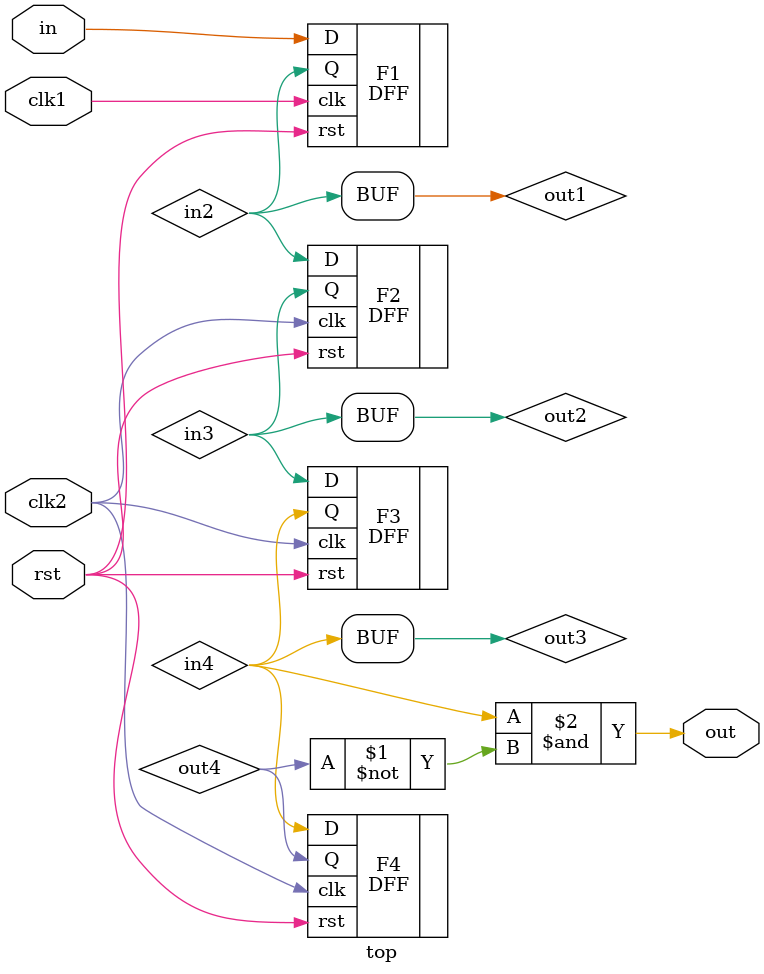
<source format=v>
module top(clk1 ,clk2 ,rst ,in ,out);
input clk1 ,clk2 ,rst ,in;
output out;
wire out1 ,in2 ,out2 ,in3 ,out3 ,in4 ,out4;

DFF F1(.clk(clk1),.rst(rst),.D(in),.Q(out1));
DFF F2(.clk(clk2),.rst(rst),.D(in2),.Q(out2));
DFF F3(.clk(clk2),.rst(rst),.D(in3),.Q(out3));
DFF F4(.clk(clk2),.rst(rst),.D(in4),.Q(out4));

assign in2 = out1;
assign in3 = out2;
assign in4 = out3;
assign out = (out3 & ~out4);

endmodule

</source>
